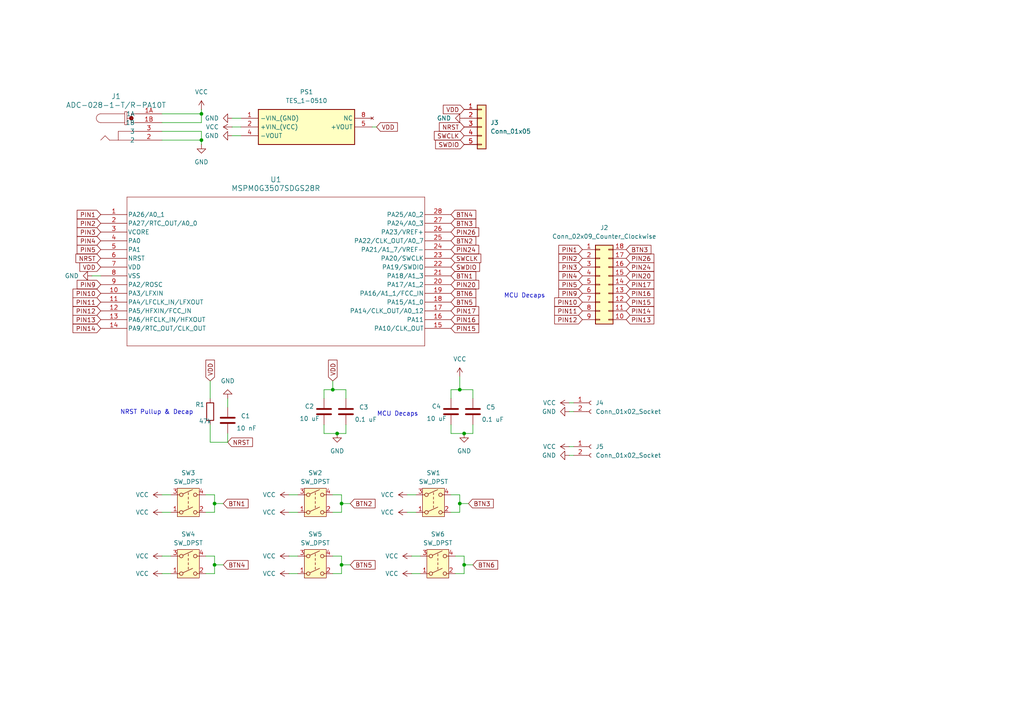
<source format=kicad_sch>
(kicad_sch (version 20231120) (generator "eeschema") (generator_version "8.0")
  (paper "A4")
  (lib_symbols
    (symbol "74xx_IEEE:MSPM0G3507SDGS28R" (pin_names (offset 0.254))
      (property "Reference" "U" (at 50.8 10.16 0))
      (property "Value" "MSPM0G3507SDGS28R" (at 50.8 7.62 0))
      (symbol "MSPM0G3507SDGS28R_0_1"
        (polyline (pts (xy 7.62 -38.1) (xy 93.98 -38.1)) (stroke (width 0.127)))
        (polyline (pts (xy 7.62 5.08) (xy 7.62 -38.1)) (stroke (width 0.127)))
        (polyline (pts (xy 93.98 -38.1) (xy 93.98 5.08)) (stroke (width 0.127)))
        (polyline (pts (xy 93.98 5.08) (xy 7.62 5.08)) (stroke (width 0.127)))
        (pin bidirectional line (at 0 0 0) (length 7.62) (name "PA26/A0_1") (number "1"))
        (pin bidirectional line (at 0 -22.86 0) (length 7.62) (name "PA3/LFXIN") (number "10"))
        (pin bidirectional line (at 0 -25.4 0) (length 7.62) (name "PA4/LFCLK_IN/LFXOUT") (number "11"))
        (pin bidirectional line (at 0 -27.94 0) (length 7.62) (name "PA5/HFXIN/FCC_IN") (number "12"))
        (pin bidirectional line (at 0 -30.48 0) (length 7.62) (name "PA6/HFCLK_IN/HFXOUT") (number "13"))
        (pin bidirectional line (at 0 -33.02 0) (length 7.62) (name "PA9/RTC_OUT/CLK_OUT") (number "14"))
        (pin bidirectional line (at 101.6 -33.02 180) (length 7.62) (name "PA10/CLK_OUT") (number "15"))
        (pin bidirectional line (at 101.6 -30.48 180) (length 7.62) (name "PA11") (number "16"))
        (pin bidirectional line (at 101.6 -27.94 180) (length 7.62) (name "PA14/CLK_OUT/A0_12") (number "17"))
        (pin bidirectional line (at 101.6 -25.4 180) (length 7.62) (name "PA15/A1_0") (number "18"))
        (pin bidirectional line (at 101.6 -22.86 180) (length 7.62) (name "PA16/A1_1/FCC_IN") (number "19"))
        (pin bidirectional line (at 0 -2.54 0) (length 7.62) (name "PA27/RTC_OUT/A0_0") (number "2"))
        (pin bidirectional line (at 101.6 -20.32 180) (length 7.62) (name "PA17/A1_2") (number "20"))
        (pin bidirectional line (at 101.6 -17.78 180) (length 7.62) (name "PA18/A1_3") (number "21"))
        (pin bidirectional line (at 101.6 -15.24 180) (length 7.62) (name "PA19/SWDIO") (number "22"))
        (pin bidirectional line (at 101.6 -12.7 180) (length 7.62) (name "PA20/SWCLK") (number "23"))
        (pin bidirectional line (at 101.6 -10.16 180) (length 7.62) (name "PA21/A1_7/VREF-") (number "24"))
        (pin bidirectional line (at 101.6 -7.62 180) (length 7.62) (name "PA22/CLK_OUT/A0_7") (number "25"))
        (pin bidirectional line (at 101.6 -5.08 180) (length 7.62) (name "PA23/VREF+") (number "26"))
        (pin bidirectional line (at 101.6 -2.54 180) (length 7.62) (name "PA24/A0_3") (number "27"))
        (pin bidirectional line (at 101.6 0 180) (length 7.62) (name "PA25/A0_2") (number "28"))
        (pin power_in line (at 0 -5.08 0) (length 7.62) (name "VCORE") (number "3"))
        (pin bidirectional line (at 0 -7.62 0) (length 7.62) (name "PA0") (number "4"))
        (pin bidirectional line (at 0 -10.16 0) (length 7.62) (name "PA1") (number "5"))
        (pin input line (at 0 -12.7 0) (length 7.62) (name "NRST") (number "6"))
        (pin power_in line (at 0 -15.24 0) (length 7.62) (name "VDD") (number "7"))
        (pin power_out line (at 0 -17.78 0) (length 7.62) (name "VSS") (number "8"))
        (pin bidirectional line (at 0 -20.32 0) (length 7.62) (name "PA2/ROSC") (number "9"))
      )
    )
    (symbol "Connector:Conn_01x02_Socket" (pin_names (offset 1.016) hide)
      (property "Reference" "J" (at 0 2.54 0))
      (property "Value" "Conn_01x02_Socket" (at 0 -5.08 0))
      (symbol "Conn_01x02_Socket_1_1"
        (arc (start 0 -2.032) (mid -0.5058 -2.54) (end 0 -3.048) (stroke (width 0.1524)))
        (polyline (pts (xy -1.27 -2.54) (xy -0.508 -2.54)) (stroke (width 0.1524)))
        (polyline (pts (xy -1.27 0) (xy -0.508 0)) (stroke (width 0.1524)))
        (arc (start 0 0.508) (mid -0.5058 0) (end 0 -0.508) (stroke (width 0.1524)))
        (pin passive line (at -5.08 0 0) (length 3.81) (name "Pin_1") (number "1"))
        (pin passive line (at -5.08 -2.54 0) (length 3.81) (name "Pin_2") (number "2"))
      )
    )
    (symbol "Connector_Generic:Conn_01x05" (pin_names (offset 1.016) hide)
      (property "Reference" "J" (at 0 7.62 0))
      (property "Value" "Conn_01x05" (at 0 -7.62 0))
      (symbol "Conn_01x05_1_1"
        (rectangle (start -1.27 -4.953) (end 0 -5.207) (stroke (width 0.1524)))
        (rectangle (start -1.27 -2.413) (end 0 -2.667) (stroke (width 0.1524)))
        (rectangle (start -1.27 0.127) (end 0 -0.127) (stroke (width 0.1524)))
        (rectangle (start -1.27 2.667) (end 0 2.413) (stroke (width 0.1524)))
        (rectangle (start -1.27 5.207) (end 0 4.953) (stroke (width 0.1524)))
        (rectangle (start -1.27 6.35) (end 1.27 -6.35) (stroke (width 0.254)) (fill (type background)))
        (pin passive line (at -5.08 5.08 0) (length 3.81) (name "Pin_1") (number "1"))
        (pin passive line (at -5.08 2.54 0) (length 3.81) (name "Pin_2") (number "2"))
        (pin passive line (at -5.08 0 0) (length 3.81) (name "Pin_3") (number "3"))
        (pin passive line (at -5.08 -2.54 0) (length 3.81) (name "Pin_4") (number "4"))
        (pin passive line (at -5.08 -5.08 0) (length 3.81) (name "Pin_5") (number "5"))
      )
    )
    (symbol "Connector_Generic:Conn_02x09_Counter_Clockwise" (pin_names (offset 1.016) hide)
      (property "Reference" "J" (at 1.27 12.7 0))
      (property "Value" "Conn_02x09_Counter_Clockwise" (at 1.27 -12.7 0))
      (symbol "Conn_02x09_Counter_Clockwise_1_1"
        (rectangle (start -1.27 -10.033) (end 0 -10.287) (stroke (width 0.1524)))
        (rectangle (start -1.27 -7.493) (end 0 -7.747) (stroke (width 0.1524)))
        (rectangle (start -1.27 -4.953) (end 0 -5.207) (stroke (width 0.1524)))
        (rectangle (start -1.27 -2.413) (end 0 -2.667) (stroke (width 0.1524)))
        (rectangle (start -1.27 0.127) (end 0 -0.127) (stroke (width 0.1524)))
        (rectangle (start -1.27 2.667) (end 0 2.413) (stroke (width 0.1524)))
        (rectangle (start -1.27 5.207) (end 0 4.953) (stroke (width 0.1524)))
        (rectangle (start -1.27 7.747) (end 0 7.493) (stroke (width 0.1524)))
        (rectangle (start -1.27 10.287) (end 0 10.033) (stroke (width 0.1524)))
        (rectangle (start -1.27 11.43) (end 3.81 -11.43) (stroke (width 0.254)) (fill (type background)))
        (rectangle (start 3.81 -10.033) (end 2.54 -10.287) (stroke (width 0.1524)))
        (rectangle (start 3.81 -7.493) (end 2.54 -7.747) (stroke (width 0.1524)))
        (rectangle (start 3.81 -4.953) (end 2.54 -5.207) (stroke (width 0.1524)))
        (rectangle (start 3.81 -2.413) (end 2.54 -2.667) (stroke (width 0.1524)))
        (rectangle (start 3.81 0.127) (end 2.54 -0.127) (stroke (width 0.1524)))
        (rectangle (start 3.81 2.667) (end 2.54 2.413) (stroke (width 0.1524)))
        (rectangle (start 3.81 5.207) (end 2.54 4.953) (stroke (width 0.1524)))
        (rectangle (start 3.81 7.747) (end 2.54 7.493) (stroke (width 0.1524)))
        (rectangle (start 3.81 10.287) (end 2.54 10.033) (stroke (width 0.1524)))
        (pin passive line (at -5.08 10.16 0) (length 3.81) (name "Pin_1") (number "1"))
        (pin passive line (at 7.62 -10.16 180) (length 3.81) (name "Pin_10") (number "10"))
        (pin passive line (at 7.62 -7.62 180) (length 3.81) (name "Pin_11") (number "11"))
        (pin passive line (at 7.62 -5.08 180) (length 3.81) (name "Pin_12") (number "12"))
        (pin passive line (at 7.62 -2.54 180) (length 3.81) (name "Pin_13") (number "13"))
        (pin passive line (at 7.62 0 180) (length 3.81) (name "Pin_14") (number "14"))
        (pin passive line (at 7.62 2.54 180) (length 3.81) (name "Pin_15") (number "15"))
        (pin passive line (at 7.62 5.08 180) (length 3.81) (name "Pin_16") (number "16"))
        (pin passive line (at 7.62 7.62 180) (length 3.81) (name "Pin_17") (number "17"))
        (pin passive line (at 7.62 10.16 180) (length 3.81) (name "Pin_18") (number "18"))
        (pin passive line (at -5.08 7.62 0) (length 3.81) (name "Pin_2") (number "2"))
        (pin passive line (at -5.08 5.08 0) (length 3.81) (name "Pin_3") (number "3"))
        (pin passive line (at -5.08 2.54 0) (length 3.81) (name "Pin_4") (number "4"))
        (pin passive line (at -5.08 0 0) (length 3.81) (name "Pin_5") (number "5"))
        (pin passive line (at -5.08 -2.54 0) (length 3.81) (name "Pin_6") (number "6"))
        (pin passive line (at -5.08 -5.08 0) (length 3.81) (name "Pin_7") (number "7"))
        (pin passive line (at -5.08 -7.62 0) (length 3.81) (name "Pin_8") (number "8"))
        (pin passive line (at -5.08 -10.16 0) (length 3.81) (name "Pin_9") (number "9"))
      )
    )
    (symbol "Device:C" (pin_numbers hide) (pin_names (offset 0.254))
      (property "Reference" "C" (at 0.635 2.54 0))
      (property "Value" "C" (at 0.635 -2.54 0))
      (symbol "C_0_1"
        (polyline (pts (xy -2.032 -0.762) (xy 2.032 -0.762)) (stroke (width 0.508)))
        (polyline (pts (xy -2.032 0.762) (xy 2.032 0.762)) (stroke (width 0.508)))
      )
      (symbol "C_1_1"
        (pin passive line (at 0 3.81 270) (length 2.794) (name "~") (number "1"))
        (pin passive line (at 0 -3.81 90) (length 2.794) (name "~") (number "2"))
      )
    )
    (symbol "Device:R" (pin_numbers hide) (pin_names (offset 0))
      (property "Reference" "R" (at 2.032 0 90))
      (property "Value" "R" (at 0 0 90))
      (symbol "R_0_1"
        (rectangle (start -1.016 -2.54) (end 1.016 2.54) (stroke (width 0.254)))
      )
      (symbol "R_1_1"
        (pin passive line (at 0 3.81 270) (length 1.27) (name "~") (number "1"))
        (pin passive line (at 0 -3.81 90) (length 1.27) (name "~") (number "2"))
      )
    )
    (symbol "Imported Symbols:ADC-028-1-T_R-PA10T" (pin_names (offset 0.254))
      (property "Reference" "J" (at -7.62 7.62 0))
      (property "Value" "ADC-028-1-T/R-PA10T" (at -7.62 5.08 0))
      (symbol "ADC-028-1-T_R-PA10T_0_1"
        (arc (start -17.78 0) (mid -19.0444 -1.27) (end -17.78 -2.54) (stroke (width 0.127)))
        (circle (center -8.89 -1.27) (radius 0.127) (stroke (width 0.508)))
        (polyline (pts (xy -17.78 0) (xy -10.795 0)) (stroke (width 0.127)))
        (polyline (pts (xy -16.51 -6.35) (xy -17.78 -7.62)) (stroke (width 0.127)))
        (polyline (pts (xy -15.24 -7.62) (xy -16.51 -6.35)) (stroke (width 0.127)))
        (polyline (pts (xy -12.7 -5.08) (xy -12.7 -7.62)) (stroke (width 0.127)))
        (polyline (pts (xy -10.795 -3.175) (xy -10.16 -3.175)) (stroke (width 0.127)))
        (polyline (pts (xy -10.795 -2.54) (xy -17.78 -2.54)) (stroke (width 0.127)))
        (polyline (pts (xy -10.795 0.635) (xy -10.795 -3.175)) (stroke (width 0.127)))
        (polyline (pts (xy -10.795 0.635) (xy -10.16 0.635)) (stroke (width 0.127)))
        (polyline (pts (xy -10.16 0.635) (xy -10.16 -3.175)) (stroke (width 0.127)))
        (polyline (pts (xy -8.89 -2.54) (xy -7.62 -2.54)) (stroke (width 0.127)))
        (polyline (pts (xy -8.89 -1.27) (xy -10.16 -1.27)) (stroke (width 0.127)))
        (polyline (pts (xy -8.89 0) (xy -8.89 -2.54)) (stroke (width 0.127)))
        (polyline (pts (xy -8.89 0) (xy -7.62 0)) (stroke (width 0.127)))
        (polyline (pts (xy -7.62 -7.62) (xy -15.24 -7.62)) (stroke (width 0.127)))
        (polyline (pts (xy -7.62 -5.08) (xy -12.7 -5.08)) (stroke (width 0.127)))
        (pin unspecified line (at 0 0 180) (length 7.62) (name "1A") (number "1A"))
        (pin unspecified line (at 0 -2.54 180) (length 7.62) (name "1B") (number "1B"))
        (pin unspecified line (at 0 -7.62 180) (length 7.62) (name "2") (number "2"))
        (pin unspecified line (at 0 -5.08 180) (length 7.62) (name "3") (number "3"))
      )
    )
    (symbol "Imported Symbols:TES_1-0510"
      (property "Reference" "PS" (at 34.29 7.62 0))
      (property "Value" "TES_1-0510" (at 34.29 5.08 0))
      (symbol "TES_1-0510_1_1"
        (rectangle (start 5.08 2.54) (end 33.02 -7.62) (stroke (width 0.254)) (fill (type background)))
        (pin passive line (at 0 0 0) (length 5.08) (name "-VIN_(GND)") (number "1"))
        (pin passive line (at 0 -2.54 0) (length 5.08) (name "+VIN_(VCC)") (number "2"))
        (pin passive line (at 0 -5.08 0) (length 5.08) (name "-VOUT") (number "4"))
        (pin passive line (at 38.1 -2.54 180) (length 5.08) (name "+VOUT") (number "5"))
        (pin no_connect line (at 38.1 0 180) (length 5.08) (name "NC") (number "8"))
      )
    )
    (symbol "Switch:SW_DPST" (pin_names (offset 0) hide)
      (property "Reference" "SW" (at 0 6.35 0))
      (property "Value" "SW_DPST" (at 0 -5.08 0))
      (symbol "SW_DPST_0_0"
        (circle (center -2.032 -2.54) (radius 0.508))
        (circle (center -2.032 2.54) (radius 0.508))
        (polyline (pts (xy -1.524 -2.286) (xy 1.27 -1.016)))
        (polyline (pts (xy -1.524 2.794) (xy 1.27 4.064)))
        (polyline (pts (xy 0 -1.27) (xy 0 -0.635)))
        (polyline (pts (xy 0 0) (xy 0 0.635)))
        (polyline (pts (xy 0 1.27) (xy 0 1.905)))
        (polyline (pts (xy 0 2.54) (xy 0 3.175)))
        (circle (center 2.032 -2.54) (radius 0.508))
        (circle (center 2.032 2.54) (radius 0.508))
      )
      (symbol "SW_DPST_1_1"
        (rectangle (start -3.175 4.445) (end 3.175 -3.81) (fill (type background)))
        (pin passive line (at -5.08 -2.54 0) (length 2.54) (name "1") (number "1"))
        (pin passive line (at 5.08 -2.54 180) (length 2.54) (name "2") (number "2"))
        (pin passive line (at -5.08 2.54 0) (length 2.54) (name "3") (number "3"))
        (pin passive line (at 5.08 2.54 180) (length 2.54) (name "4") (number "4"))
      )
    )
    (symbol "power:GND" (power) (pin_numbers hide) (pin_names (offset 0) hide)
      (property "Value" "GND" (at 0 -3.81 0))
      (symbol "GND_0_1"
        (polyline (pts (xy 0 0) (xy 0 -1.27) (xy 1.27 -1.27) (xy 0 -2.54) (xy -1.27 -1.27) (xy 0 -1.27)))
      )
      (symbol "GND_1_1"
        (pin power_in line (at 0 0 270) (length 0) (name "~") (number "1"))
      )
    )
    (symbol "power:VCC" (power) (pin_numbers hide) (pin_names (offset 0) hide)
      (property "Value" "VCC" (at 0 3.556 0))
      (symbol "VCC_0_1"
        (polyline (pts (xy -0.762 1.27) (xy 0 2.54)))
        (polyline (pts (xy 0 0) (xy 0 2.54)))
        (polyline (pts (xy 0 2.54) (xy 0.762 1.27)))
      )
      (symbol "VCC_1_1"
        (pin power_in line (at 0 0 90) (length 0) (name "~") (number "1"))
      )
    )
  )
  (junction (at 62.23 146.05))
  (junction (at 134.62 125.73))
  (junction (at 58.42 33.02))
  (junction (at 99.06 163.83))
  (junction (at 133.35 113.03))
  (junction (at 134.62 163.83))
  (junction (at 133.35 146.05))
  (junction (at 99.06 146.05))
  (junction (at 97.79 125.73))
  (junction (at 96.52 113.03))
  (junction (at 58.42 40.64))
  (junction (at 62.23 163.83))
  (wire (pts (xy 58.42 31.75) (xy 58.42 33.02)))
  (wire (pts (xy 62.23 163.83) (xy 64.77 163.83)))
  (wire (pts (xy 67.31 39.37) (xy 69.85 39.37)))
  (wire (pts (xy 62.23 146.05) (xy 64.77 146.05)))
  (wire (pts (xy 96.52 143.51) (xy 99.06 143.51)))
  (wire (pts (xy 133.35 146.05) (xy 135.89 146.05)))
  (wire (pts (xy 83.82 148.59) (xy 86.36 148.59)))
  (wire (pts (xy 59.69 161.29) (xy 62.23 161.29)))
  (wire (pts (xy 165.1 119.38) (xy 166.37 119.38)))
  (wire (pts (xy 58.42 33.02) (xy 58.42 35.56)))
  (wire (pts (xy 107.95 36.83) (xy 109.22 36.83)))
  (wire (pts (xy 96.52 113.03) (xy 96.52 110.49)))
  (wire (pts (xy 62.23 143.51) (xy 62.23 146.05)))
  (wire (pts (xy 62.23 163.83) (xy 62.23 166.37)))
  (wire (pts (xy 133.35 146.05) (xy 133.35 148.59)))
  (wire (pts (xy 99.06 163.83) (xy 99.06 166.37)))
  (wire (pts (xy 83.82 143.51) (xy 86.36 143.51)))
  (wire (pts (xy 58.42 40.64) (xy 58.42 38.1)))
  (wire (pts (xy 130.81 125.73) (xy 134.62 125.73)))
  (wire (pts (xy 130.81 113.03) (xy 130.81 115.57)))
  (wire (pts (xy 93.98 113.03) (xy 93.98 115.57)))
  (wire (pts (xy 134.62 166.37) (xy 132.08 166.37)))
  (wire (pts (xy 137.16 123.19) (xy 137.16 125.73)))
  (wire (pts (xy 66.04 118.11) (xy 66.04 115.57)))
  (wire (pts (xy 66.04 125.73) (xy 66.04 128.27)))
  (wire (pts (xy 99.06 146.05) (xy 99.06 148.59)))
  (wire (pts (xy 83.82 161.29) (xy 86.36 161.29)))
  (wire (pts (xy 46.99 40.64) (xy 58.42 40.64)))
  (wire (pts (xy 46.99 38.1) (xy 58.42 38.1)))
  (wire (pts (xy 99.06 166.37) (xy 96.52 166.37)))
  (wire (pts (xy 93.98 113.03) (xy 96.52 113.03)))
  (wire (pts (xy 134.62 161.29) (xy 134.62 163.83)))
  (wire (pts (xy 62.23 166.37) (xy 59.69 166.37)))
  (wire (pts (xy 134.62 125.73) (xy 137.16 125.73)))
  (wire (pts (xy 60.96 123.19) (xy 60.96 128.27)))
  (wire (pts (xy 46.99 143.51) (xy 49.53 143.51)))
  (wire (pts (xy 67.31 34.29) (xy 69.85 34.29)))
  (wire (pts (xy 130.81 143.51) (xy 133.35 143.51)))
  (wire (pts (xy 100.33 123.19) (xy 100.33 125.73)))
  (wire (pts (xy 96.52 113.03) (xy 100.33 113.03)))
  (wire (pts (xy 59.69 143.51) (xy 62.23 143.51)))
  (wire (pts (xy 100.33 113.03) (xy 100.33 115.57)))
  (wire (pts (xy 46.99 166.37) (xy 49.53 166.37)))
  (wire (pts (xy 130.81 113.03) (xy 133.35 113.03)))
  (wire (pts (xy 119.38 166.37) (xy 121.92 166.37)))
  (wire (pts (xy 58.42 35.56) (xy 46.99 35.56)))
  (wire (pts (xy 99.06 143.51) (xy 99.06 146.05)))
  (wire (pts (xy 93.98 125.73) (xy 97.79 125.73)))
  (wire (pts (xy 62.23 148.59) (xy 59.69 148.59)))
  (wire (pts (xy 133.35 148.59) (xy 130.81 148.59)))
  (wire (pts (xy 99.06 163.83) (xy 101.6 163.83)))
  (wire (pts (xy 97.79 125.73) (xy 100.33 125.73)))
  (wire (pts (xy 83.82 166.37) (xy 86.36 166.37)))
  (wire (pts (xy 46.99 148.59) (xy 49.53 148.59)))
  (wire (pts (xy 133.35 113.03) (xy 137.16 113.03)))
  (wire (pts (xy 62.23 161.29) (xy 62.23 163.83)))
  (wire (pts (xy 165.1 129.54) (xy 166.37 129.54)))
  (wire (pts (xy 134.62 163.83) (xy 137.16 163.83)))
  (wire (pts (xy 62.23 146.05) (xy 62.23 148.59)))
  (wire (pts (xy 130.81 123.19) (xy 130.81 125.73)))
  (wire (pts (xy 26.67 80.01) (xy 29.21 80.01)))
  (wire (pts (xy 96.52 161.29) (xy 99.06 161.29)))
  (wire (pts (xy 165.1 116.84) (xy 166.37 116.84)))
  (wire (pts (xy 119.38 161.29) (xy 121.92 161.29)))
  (wire (pts (xy 165.1 132.08) (xy 166.37 132.08)))
  (wire (pts (xy 133.35 143.51) (xy 133.35 146.05)))
  (wire (pts (xy 99.06 148.59) (xy 96.52 148.59)))
  (wire (pts (xy 118.11 148.59) (xy 120.65 148.59)))
  (wire (pts (xy 67.31 36.83) (xy 69.85 36.83)))
  (wire (pts (xy 60.96 128.27) (xy 66.04 128.27)))
  (wire (pts (xy 99.06 146.05) (xy 101.6 146.05)))
  (wire (pts (xy 132.08 161.29) (xy 134.62 161.29)))
  (wire (pts (xy 60.96 110.49) (xy 60.96 115.57)))
  (wire (pts (xy 58.42 41.91) (xy 58.42 40.64)))
  (wire (pts (xy 93.98 123.19) (xy 93.98 125.73)))
  (wire (pts (xy 99.06 161.29) (xy 99.06 163.83)))
  (wire (pts (xy 46.99 33.02) (xy 58.42 33.02)))
  (wire (pts (xy 133.35 109.22) (xy 133.35 113.03)))
  (wire (pts (xy 137.16 113.03) (xy 137.16 115.57)))
  (wire (pts (xy 134.62 163.83) (xy 134.62 166.37)))
  (wire (pts (xy 46.99 161.29) (xy 49.53 161.29)))
  (wire (pts (xy 118.11 143.51) (xy 120.65 143.51)))
  (text "MCU Decaps" (at 152.146 85.852 0) (effects (font (size 1.27 1.27))))
  (text "NRST Pullup & Decap" (at 45.466 119.634 0) (effects (font (size 1.27 1.27))))
  (text "MCU Decaps" (at 115.316 120.142 0) (effects (font (size 1.27 1.27))))
  (global_label "PIN12" (shape input) (at 29.21 90.17 180) (property "Intersheetrefs" "${INTERSHEET_REFS}" (effects (hide yes))))
  (global_label "PIN17" (shape input) (at 130.81 90.17 0) (property "Intersheetrefs" "${INTERSHEET_REFS}" (effects (hide yes))))
  (global_label "VDD" (shape input) (at 134.62 31.75 180) (property "Intersheetrefs" "${INTERSHEET_REFS}" (effects (hide yes))))
  (global_label "BTN2" (shape input) (at 101.6 146.05 0) (property "Intersheetrefs" "${INTERSHEET_REFS}" (effects (hide yes))))
  (global_label "NRST" (shape input) (at 29.21 74.93 180) (property "Intersheetrefs" "${INTERSHEET_REFS}" (effects (hide yes))))
  (global_label "PIN3" (shape input) (at 29.21 67.31 180) (property "Intersheetrefs" "${INTERSHEET_REFS}" (effects (hide yes))))
  (global_label "PIN24" (shape input) (at 130.81 72.39 0) (property "Intersheetrefs" "${INTERSHEET_REFS}" (effects (hide yes))))
  (global_label "PIN2" (shape input) (at 168.91 74.93 180) (property "Intersheetrefs" "${INTERSHEET_REFS}" (effects (hide yes))))
  (global_label "SWDIO" (shape input) (at 134.62 41.91 180) (property "Intersheetrefs" "${INTERSHEET_REFS}" (effects (hide yes))))
  (global_label "PIN20" (shape input) (at 181.61 80.01 0) (property "Intersheetrefs" "${INTERSHEET_REFS}" (effects (hide yes))))
  (global_label "PIN24" (shape input) (at 181.61 77.47 0) (property "Intersheetrefs" "${INTERSHEET_REFS}" (effects (hide yes))))
  (global_label "PIN2" (shape input) (at 29.21 64.77 180) (property "Intersheetrefs" "${INTERSHEET_REFS}" (effects (hide yes))))
  (global_label "PIN20" (shape input) (at 130.81 82.55 0) (property "Intersheetrefs" "${INTERSHEET_REFS}" (effects (hide yes))))
  (global_label "PIN13" (shape input) (at 29.21 92.71 180) (property "Intersheetrefs" "${INTERSHEET_REFS}" (effects (hide yes))))
  (global_label "PIN3" (shape input) (at 168.91 77.47 180) (property "Intersheetrefs" "${INTERSHEET_REFS}" (effects (hide yes))))
  (global_label "PIN16" (shape input) (at 130.81 92.71 0) (property "Intersheetrefs" "${INTERSHEET_REFS}" (effects (hide yes))))
  (global_label "BTN4" (shape input) (at 64.77 163.83 0) (property "Intersheetrefs" "${INTERSHEET_REFS}" (effects (hide yes))))
  (global_label "BTN6" (shape input) (at 130.81 85.09 0) (property "Intersheetrefs" "${INTERSHEET_REFS}" (effects (hide yes))))
  (global_label "BTN2" (shape input) (at 130.81 69.85 0) (property "Intersheetrefs" "${INTERSHEET_REFS}" (effects (hide yes))))
  (global_label "PIN16" (shape input) (at 181.61 85.09 0) (property "Intersheetrefs" "${INTERSHEET_REFS}" (effects (hide yes))))
  (global_label "PIN4" (shape input) (at 168.91 80.01 180) (property "Intersheetrefs" "${INTERSHEET_REFS}" (effects (hide yes))))
  (global_label "PIN9" (shape input) (at 168.91 85.09 180) (property "Intersheetrefs" "${INTERSHEET_REFS}" (effects (hide yes))))
  (global_label "PIN9" (shape input) (at 29.21 82.55 180) (property "Intersheetrefs" "${INTERSHEET_REFS}" (effects (hide yes))))
  (global_label "NRST" (shape input) (at 66.04 128.27 0) (property "Intersheetrefs" "${INTERSHEET_REFS}" (effects (hide yes))))
  (global_label "PIN14" (shape input) (at 29.21 95.25 180) (property "Intersheetrefs" "${INTERSHEET_REFS}" (effects (hide yes))))
  (global_label "SWCLK" (shape input) (at 134.62 39.37 180) (property "Intersheetrefs" "${INTERSHEET_REFS}" (effects (hide yes))))
  (global_label "BTN1" (shape input) (at 130.81 80.01 0) (property "Intersheetrefs" "${INTERSHEET_REFS}" (effects (hide yes))))
  (global_label "SWCLK" (shape input) (at 130.81 74.93 0) (property "Intersheetrefs" "${INTERSHEET_REFS}" (effects (hide yes))))
  (global_label "PIN13" (shape input) (at 181.61 92.71 0) (property "Intersheetrefs" "${INTERSHEET_REFS}" (effects (hide yes))))
  (global_label "PIN17" (shape input) (at 181.61 82.55 0) (property "Intersheetrefs" "${INTERSHEET_REFS}" (effects (hide yes))))
  (global_label "PIN5" (shape input) (at 29.21 72.39 180) (property "Intersheetrefs" "${INTERSHEET_REFS}" (effects (hide yes))))
  (global_label "VDD" (shape input) (at 109.22 36.83 0) (property "Intersheetrefs" "${INTERSHEET_REFS}" (effects (hide yes))))
  (global_label "BTN1" (shape input) (at 64.77 146.05 0) (property "Intersheetrefs" "${INTERSHEET_REFS}" (effects (hide yes))))
  (global_label "BTN5" (shape input) (at 130.81 87.63 0) (property "Intersheetrefs" "${INTERSHEET_REFS}" (effects (hide yes))))
  (global_label "PIN12" (shape input) (at 168.91 92.71 180) (property "Intersheetrefs" "${INTERSHEET_REFS}" (effects (hide yes))))
  (global_label "PIN26" (shape input) (at 130.81 67.31 0) (property "Intersheetrefs" "${INTERSHEET_REFS}" (effects (hide yes))))
  (global_label "VDD" (shape input) (at 29.21 77.47 180) (property "Intersheetrefs" "${INTERSHEET_REFS}" (effects (hide yes))))
  (global_label "PIN15" (shape input) (at 130.81 95.25 0) (property "Intersheetrefs" "${INTERSHEET_REFS}" (effects (hide yes))))
  (global_label "PIN14" (shape input) (at 181.61 90.17 0) (property "Intersheetrefs" "${INTERSHEET_REFS}" (effects (hide yes))))
  (global_label "BTN3" (shape input) (at 130.81 64.77 0) (property "Intersheetrefs" "${INTERSHEET_REFS}" (effects (hide yes))))
  (global_label "BTN5" (shape input) (at 101.6 163.83 0) (property "Intersheetrefs" "${INTERSHEET_REFS}" (effects (hide yes))))
  (global_label "PIN11" (shape input) (at 168.91 90.17 180) (property "Intersheetrefs" "${INTERSHEET_REFS}" (effects (hide yes))))
  (global_label "PIN1" (shape input) (at 168.91 72.39 180) (property "Intersheetrefs" "${INTERSHEET_REFS}" (effects (hide yes))))
  (global_label "NRST" (shape input) (at 134.62 36.83 180) (property "Intersheetrefs" "${INTERSHEET_REFS}" (effects (hide yes))))
  (global_label "PIN10" (shape input) (at 29.21 85.09 180) (property "Intersheetrefs" "${INTERSHEET_REFS}" (effects (hide yes))))
  (global_label "VDD" (shape input) (at 96.52 110.49 90) (property "Intersheetrefs" "${INTERSHEET_REFS}" (effects (hide yes))))
  (global_label "BTN3" (shape input) (at 135.89 146.05 0) (property "Intersheetrefs" "${INTERSHEET_REFS}" (effects (hide yes))))
  (global_label "BTN4" (shape input) (at 130.81 62.23 0) (property "Intersheetrefs" "${INTERSHEET_REFS}" (effects (hide yes))))
  (global_label "PIN15" (shape input) (at 181.61 87.63 0) (property "Intersheetrefs" "${INTERSHEET_REFS}" (effects (hide yes))))
  (global_label "BTN3" (shape input) (at 181.61 72.39 0) (property "Intersheetrefs" "${INTERSHEET_REFS}" (effects (hide yes))))
  (global_label "PIN4" (shape input) (at 29.21 69.85 180) (property "Intersheetrefs" "${INTERSHEET_REFS}" (effects (hide yes))))
  (global_label "PIN26" (shape input) (at 181.61 74.93 0) (property "Intersheetrefs" "${INTERSHEET_REFS}" (effects (hide yes))))
  (global_label "BTN6" (shape input) (at 137.16 163.83 0) (property "Intersheetrefs" "${INTERSHEET_REFS}" (effects (hide yes))))
  (global_label "PIN11" (shape input) (at 29.21 87.63 180) (property "Intersheetrefs" "${INTERSHEET_REFS}" (effects (hide yes))))
  (global_label "VDD" (shape input) (at 60.96 110.49 90) (property "Intersheetrefs" "${INTERSHEET_REFS}" (effects (hide yes))))
  (global_label "SWDIO" (shape input) (at 130.81 77.47 0) (property "Intersheetrefs" "${INTERSHEET_REFS}" (effects (hide yes))))
  (global_label "PIN5" (shape input) (at 168.91 82.55 180) (property "Intersheetrefs" "${INTERSHEET_REFS}" (effects (hide yes))))
  (global_label "PIN10" (shape input) (at 168.91 87.63 180) (property "Intersheetrefs" "${INTERSHEET_REFS}" (effects (hide yes))))
  (global_label "PIN1" (shape input) (at 29.21 62.23 180) (property "Intersheetrefs" "${INTERSHEET_REFS}" (effects (hide yes))))
  (symbol (lib_id "Switch:SW_DPST") (at 54.61 163.83 0) (unit 1)
    (property "Reference" "SW4" (at 54.61 154.94 0))
    (property "Value" "SW_DPST" (at 54.61 157.48 0))
    (property "Footprint" "Button_Switch_SMD:SW_SPST_PTS645" (effects (hide yes)))
    (property "Datasheet" "https://mou.sr/43l0M27" (effects (hide yes)))
    (property "Description" "Double Pole Single Throw (DPST) Switch" (effects (hide yes)))
  )
  (symbol (lib_id "power:VCC") (at 67.31 36.83 90) (unit 1)
    (property "Reference" "#PWR021" (effects (hide yes)))
    (property "Value" "VCC" (at 63.5 36.8299 90) (effects (justify left)))
    (property "Description" "Power symbol creates a global label with name \"VCC\"" (effects (hide yes)))
  )
  (symbol (lib_id "power:GND") (at 134.62 125.73 0) (unit 1)
    (property "Reference" "#PWR01" (effects (hide yes)))
    (property "Value" "GND" (at 134.62 130.81 0))
    (property "Description" "Power symbol creates a global label with name \"GND\" , ground" (effects (hide yes)))
  )
  (symbol (lib_id "power:VCC") (at 46.99 161.29 90) (unit 1)
    (property "Reference" "#PWR011" (effects (hide yes)))
    (property "Value" "VCC" (at 43.18 161.2901 90) (effects (justify left)))
    (property "Description" "Power symbol creates a global label with name \"VCC\"" (effects (hide yes)))
  )
  (symbol (lib_id "Switch:SW_DPST") (at 127 163.83 0) (unit 1)
    (property "Reference" "SW6" (at 127 154.94 0))
    (property "Value" "SW_DPST" (at 127 157.48 0))
    (property "Footprint" "Button_Switch_SMD:SW_SPST_PTS645" (effects (hide yes)))
    (property "Datasheet" "https://mou.sr/43l0M27" (effects (hide yes)))
    (property "Description" "Double Pole Single Throw (DPST) Switch" (effects (hide yes)))
  )
  (symbol (lib_id "Device:C") (at 66.04 121.92 0) (unit 1)
    (property "Reference" "C1" (at 69.85 120.6499 0) (effects (justify left)))
    (property "Value" "10 nF" (at 68.58 124.206 0) (effects (justify left)))
    (property "Footprint" "Capacitor_SMD:C_0805_2012Metric_Pad1.18x1.45mm_HandSolder" (effects (hide yes)))
    (property "Description" "Unpolarized capacitor" (effects (hide yes)))
  )
  (symbol (lib_id "power:GND") (at 66.04 115.57 180) (unit 1)
    (property "Reference" "#PWR02" (effects (hide yes)))
    (property "Value" "GND" (at 66.04 110.49 0))
    (property "Description" "Power symbol creates a global label with name \"GND\" , ground" (effects (hide yes)))
  )
  (symbol (lib_id "power:VCC") (at 118.11 148.59 90) (unit 1)
    (property "Reference" "#PWR04" (effects (hide yes)))
    (property "Value" "VCC" (at 114.3 148.5899 90) (effects (justify left)))
    (property "Description" "Power symbol creates a global label with name \"VCC\"" (effects (hide yes)))
  )
  (symbol (lib_id "power:GND") (at 26.67 80.01 270) (unit 1)
    (property "Reference" "#PWR023" (effects (hide yes)))
    (property "Value" "GND" (at 22.86 80.0099 90) (effects (justify right)))
    (property "Description" "Power symbol creates a global label with name \"GND\" , ground" (effects (hide yes)))
  )
  (symbol (lib_id "Connector_Generic:Conn_01x05") (at 139.7 36.83 0) (unit 1)
    (property "Reference" "J3" (at 142.24 35.5599 0) (effects (justify left)))
    (property "Value" "Conn_01x05" (at 142.24 38.0999 0) (effects (justify left)))
    (property "Footprint" "Connector_PinHeader_2.54mm:PinHeader_1x05_P2.54mm_Vertical" (effects (hide yes)))
    (property "Description" "Generic connector, single row, 01x05, script generated (kicad-library-utils/schlib/autogen/connector/)" (effects (hide yes)))
  )
  (symbol (lib_id "power:VCC") (at 165.1 116.84 90) (unit 1)
    (property "Reference" "#PWR024" (effects (hide yes)))
    (property "Value" "VCC" (at 161.29 116.8399 90) (effects (justify left)))
    (property "Description" "Power symbol creates a global label with name \"VCC\"" (effects (hide yes)))
  )
  (symbol (lib_id "power:GND") (at 67.31 34.29 270) (unit 1)
    (property "Reference" "#PWR020" (effects (hide yes)))
    (property "Value" "GND" (at 63.5 34.2899 90) (effects (justify right)))
    (property "Description" "Power symbol creates a global label with name \"GND\" , ground" (effects (hide yes)))
  )
  (symbol (lib_id "Device:C") (at 130.81 119.38 0) (unit 1)
    (property "Reference" "C4" (at 125.222 117.856 0) (effects (justify left)))
    (property "Value" "10 uF" (at 123.698 121.412 0) (effects (justify left)))
    (property "Footprint" "Capacitor_SMD:C_1210_3225Metric_Pad1.33x2.70mm_HandSolder" (effects (hide yes)))
    (property "Description" "Unpolarized capacitor" (effects (hide yes)))
  )
  (symbol (lib_id "Device:C") (at 137.16 119.38 0) (unit 1)
    (property "Reference" "C5" (at 140.97 118.1099 0) (effects (justify left)))
    (property "Value" "0.1 uF" (at 139.7 121.666 0) (effects (justify left)))
    (property "Footprint" "Capacitor_SMD:C_0805_2012Metric_Pad1.18x1.45mm_HandSolder" (effects (hide yes)))
    (property "Description" "Unpolarized capacitor" (effects (hide yes)))
  )
  (symbol (lib_id "power:GND") (at 67.31 39.37 270) (unit 1)
    (property "Reference" "#PWR022" (effects (hide yes)))
    (property "Value" "GND" (at 63.5 39.3699 90) (effects (justify right)))
    (property "Description" "Power symbol creates a global label with name \"GND\" , ground" (effects (hide yes)))
  )
  (symbol (lib_id "power:VCC") (at 46.99 143.51 90) (unit 1)
    (property "Reference" "#PWR09" (effects (hide yes)))
    (property "Value" "VCC" (at 43.18 143.5101 90) (effects (justify left)))
    (property "Description" "Power symbol creates a global label with name \"VCC\"" (effects (hide yes)))
  )
  (symbol (lib_id "power:VCC") (at 83.82 166.37 90) (unit 1)
    (property "Reference" "#PWR014" (effects (hide yes)))
    (property "Value" "VCC" (at 80.01 166.3699 90) (effects (justify left)))
    (property "Description" "Power symbol creates a global label with name \"VCC\"" (effects (hide yes)))
  )
  (symbol (lib_id "Switch:SW_DPST") (at 54.61 146.05 0) (unit 1)
    (property "Reference" "SW3" (at 54.61 137.16 0))
    (property "Value" "SW_DPST" (at 54.61 139.7 0))
    (property "Footprint" "Button_Switch_SMD:SW_SPST_PTS645" (effects (hide yes)))
    (property "Datasheet" "https://mou.sr/43l0M27" (effects (hide yes)))
    (property "Description" "Double Pole Single Throw (DPST) Switch" (effects (hide yes)))
  )
  (symbol (lib_id "Imported Symbols:TES_1-0510") (at 69.85 34.29 0) (unit 1)
    (property "Reference" "PS1" (at 88.9 26.67 0))
    (property "Value" "TES_1-0510" (at 88.9 29.21 0))
    (property "Footprint" "TES10510" (effects (hide yes)))
    (property "Datasheet" "https://tracopower.com/tes1-datasheet/" (effects (hide yes)))
    (property "Description" "1 Watt DC/DC converter, industrial, +/-10% input, unregulated, plastic case, SMD package" (effects (hide yes)))
    (property "Height" "7.5" (effects (hide yes)))
    (property "Mouser Part Number" "495-TES-1-0510" (effects (hide yes)))
    (property "Mouser Price/Stock" "https://www.mouser.co.uk/ProductDetail/TRACO-Power/TES-1-0510?qs=ckJk83FOD0XFSNCIUqVZfw%3D%3D" (effects (hide yes)))
    (property "Manufacturer_Name" "Traco Power" (effects (hide yes)))
    (property "Manufacturer_Part_Number" "TES 1-0510" (effects (hide yes)))
  )
  (symbol (lib_id "power:GND") (at 58.42 41.91 0) (unit 1)
    (property "Reference" "#PWR019" (effects (hide yes)))
    (property "Value" "GND" (at 58.42 46.99 0))
    (property "Description" "Power symbol creates a global label with name \"GND\" , ground" (effects (hide yes)))
  )
  (symbol (lib_id "power:VCC") (at 133.35 109.22 0) (unit 1)
    (property "Reference" "#PWR05" (effects (hide yes)))
    (property "Value" "VCC" (at 133.35 104.14 0))
    (property "Description" "Power symbol creates a global label with name \"VCC\"" (effects (hide yes)))
  )
  (symbol (lib_id "power:GND") (at 97.79 125.73 0) (unit 1)
    (property "Reference" "#PWR06" (effects (hide yes)))
    (property "Value" "GND" (at 97.79 130.81 0))
    (property "Description" "Power symbol creates a global label with name \"GND\" , ground" (effects (hide yes)))
  )
  (symbol (lib_id "power:GND") (at 165.1 132.08 270) (unit 1)
    (property "Reference" "#PWR027" (effects (hide yes)))
    (property "Value" "GND" (at 161.29 132.0799 90) (effects (justify right)))
    (property "Description" "Power symbol creates a global label with name \"GND\" , ground" (effects (hide yes)))
  )
  (symbol (lib_id "Switch:SW_DPST") (at 91.44 146.05 0) (unit 1)
    (property "Reference" "SW2" (at 91.44 137.16 0))
    (property "Value" "SW_DPST" (at 91.44 139.7 0))
    (property "Footprint" "Button_Switch_SMD:SW_SPST_PTS645" (effects (hide yes)))
    (property "Datasheet" "https://mou.sr/43l0M27" (effects (hide yes)))
    (property "Description" "Double Pole Single Throw (DPST) Switch" (effects (hide yes)))
  )
  (symbol (lib_id "power:VCC") (at 83.82 143.51 90) (unit 1)
    (property "Reference" "#PWR07" (effects (hide yes)))
    (property "Value" "VCC" (at 80.01 143.5101 90) (effects (justify left)))
    (property "Description" "Power symbol creates a global label with name \"VCC\"" (effects (hide yes)))
  )
  (symbol (lib_id "power:VCC") (at 46.99 148.59 90) (unit 1)
    (property "Reference" "#PWR010" (effects (hide yes)))
    (property "Value" "VCC" (at 43.18 148.5899 90) (effects (justify left)))
    (property "Description" "Power symbol creates a global label with name \"VCC\"" (effects (hide yes)))
  )
  (symbol (lib_id "power:GND") (at 165.1 119.38 270) (unit 1)
    (property "Reference" "#PWR026" (effects (hide yes)))
    (property "Value" "GND" (at 161.29 119.3799 90) (effects (justify right)))
    (property "Description" "Power symbol creates a global label with name \"GND\" , ground" (effects (hide yes)))
  )
  (symbol (lib_id "Switch:SW_DPST") (at 125.73 146.05 0) (unit 1)
    (property "Reference" "SW1" (at 125.73 137.16 0))
    (property "Value" "SW_DPST" (at 125.73 139.7 0))
    (property "Footprint" "Button_Switch_SMD:SW_SPST_PTS645" (effects (hide yes)))
    (property "Datasheet" "https://mou.sr/43l0M27" (effects (hide yes)))
    (property "Description" "Double Pole Single Throw (DPST) Switch" (effects (hide yes)))
  )
  (symbol (lib_id "power:VCC") (at 58.42 31.75 0) (unit 1)
    (property "Reference" "#PWR018" (effects (hide yes)))
    (property "Value" "VCC" (at 58.42 26.67 0))
    (property "Description" "Power symbol creates a global label with name \"VCC\"" (effects (hide yes)))
  )
  (symbol (lib_id "Switch:SW_DPST") (at 91.44 163.83 0) (unit 1)
    (property "Reference" "SW5" (at 91.44 154.94 0))
    (property "Value" "SW_DPST" (at 91.44 157.48 0))
    (property "Footprint" "Button_Switch_SMD:SW_SPST_PTS645" (effects (hide yes)))
    (property "Datasheet" "https://mou.sr/43l0M27" (effects (hide yes)))
    (property "Description" "Double Pole Single Throw (DPST) Switch" (effects (hide yes)))
  )
  (symbol (lib_id "power:VCC") (at 118.11 143.51 90) (unit 1)
    (property "Reference" "#PWR03" (effects (hide yes)))
    (property "Value" "VCC" (at 114.3 143.5101 90) (effects (justify left)))
    (property "Description" "Power symbol creates a global label with name \"VCC\"" (effects (hide yes)))
  )
  (symbol (lib_id "Device:R") (at 60.96 119.38 0) (unit 1)
    (property "Reference" "R1" (at 56.642 117.348 0) (effects (justify left)))
    (property "Value" "47k" (at 57.658 122.174 0) (effects (justify left)))
    (property "Footprint" "Resistor_SMD:R_0805_2012Metric_Pad1.20x1.40mm_HandSolder" (effects (hide yes)))
    (property "Description" "Resistor" (effects (hide yes)))
  )
  (symbol (lib_id "power:VCC") (at 119.38 161.29 90) (unit 1)
    (property "Reference" "#PWR015" (effects (hide yes)))
    (property "Value" "VCC" (at 115.57 161.2901 90) (effects (justify left)))
    (property "Description" "Power symbol creates a global label with name \"VCC\"" (effects (hide yes)))
  )
  (symbol (lib_id "Device:C") (at 93.98 119.38 0) (unit 1)
    (property "Reference" "C2" (at 88.392 117.856 0) (effects (justify left)))
    (property "Value" "10 uF" (at 86.868 121.412 0) (effects (justify left)))
    (property "Footprint" "Capacitor_SMD:C_1210_3225Metric_Pad1.33x2.70mm_HandSolder" (effects (hide yes)))
    (property "Description" "Unpolarized capacitor" (effects (hide yes)))
  )
  (symbol (lib_id "Imported Symbols:ADC-028-1-T_R-PA10T") (at 46.99 33.02 0) (unit 1)
    (property "Reference" "J1" (at 33.6578 27.94 0) (effects (font (size 1.524 1.524))))
    (property "Value" "ADC-028-1-T/R-PA10T" (at 33.6578 30.48 0) (effects (font (size 1.524 1.524))))
    (property "Footprint" "Imported Footprints:ADC-028-x-T&slash_R-PA10T_ADM" (effects (hide yes)))
    (property "Datasheet" "ADC-028-1-T/R-PA10T" (effects (hide yes)))
  )
  (symbol (lib_id "Device:C") (at 100.33 119.38 0) (unit 1)
    (property "Reference" "C3" (at 104.14 118.1099 0) (effects (justify left)))
    (property "Value" "0.1 uF" (at 102.87 121.666 0) (effects (justify left)))
    (property "Footprint" "Capacitor_SMD:C_0805_2012Metric_Pad1.18x1.45mm_HandSolder" (effects (hide yes)))
    (property "Description" "Unpolarized capacitor" (effects (hide yes)))
  )
  (symbol (lib_id "power:VCC") (at 83.82 148.59 90) (unit 1)
    (property "Reference" "#PWR08" (effects (hide yes)))
    (property "Value" "VCC" (at 80.01 148.5899 90) (effects (justify left)))
    (property "Description" "Power symbol creates a global label with name \"VCC\"" (effects (hide yes)))
  )
  (symbol (lib_id "74xx_IEEE:MSPM0G3507SDGS28R") (at 29.21 62.23 0) (unit 1)
    (property "Reference" "U1" (at 80.01 52.07 0) (effects (font (size 1.524 1.524))))
    (property "Value" "MSPM0G3507SDGS28R" (at 80.01 54.61 0) (effects (font (size 1.524 1.524))))
    (property "Footprint" "VSSOP28_DGS_TEX" (effects (hide yes)))
    (property "Datasheet" "MSPM0G3507SDGS28R" (effects (hide yes)))
  )
  (symbol (lib_id "power:VCC") (at 165.1 129.54 90) (unit 1)
    (property "Reference" "#PWR025" (effects (hide yes)))
    (property "Value" "VCC" (at 161.29 129.5399 90) (effects (justify left)))
    (property "Description" "Power symbol creates a global label with name \"VCC\"" (effects (hide yes)))
  )
  (symbol (lib_id "power:GND") (at 134.62 34.29 270) (unit 1)
    (property "Reference" "#PWR017" (effects (hide yes)))
    (property "Value" "GND" (at 130.81 34.2899 90) (effects (justify right)))
    (property "Description" "Power symbol creates a global label with name \"GND\" , ground" (effects (hide yes)))
  )
  (symbol (lib_id "power:VCC") (at 46.99 166.37 90) (unit 1)
    (property "Reference" "#PWR012" (effects (hide yes)))
    (property "Value" "VCC" (at 43.18 166.3699 90) (effects (justify left)))
    (property "Description" "Power symbol creates a global label with name \"VCC\"" (effects (hide yes)))
  )
  (symbol (lib_id "Connector:Conn_01x02_Socket") (at 171.45 116.84 0) (unit 1)
    (property "Reference" "J4" (at 172.72 116.8399 0) (effects (justify left)))
    (property "Value" "Conn_01x02_Socket" (at 172.72 119.3799 0) (effects (justify left)))
    (property "Footprint" "Connector_Wire:SolderWire-1.5sqmm_1x02_P6mm_D1.7mm_OD3mm" (effects (hide yes)))
    (property "Description" "Generic connector, single row, 01x02, script generated" (effects (hide yes)))
  )
  (symbol (lib_id "power:VCC") (at 119.38 166.37 90) (unit 1)
    (property "Reference" "#PWR016" (effects (hide yes)))
    (property "Value" "VCC" (at 115.57 166.3699 90) (effects (justify left)))
    (property "Description" "Power symbol creates a global label with name \"VCC\"" (effects (hide yes)))
  )
  (symbol (lib_id "Connector_Generic:Conn_02x09_Counter_Clockwise") (at 173.99 82.55 0) (unit 1)
    (property "Reference" "J2" (at 175.26 66.04 0))
    (property "Value" "Conn_02x09_Counter_Clockwise" (at 175.26 68.58 0))
    (property "Footprint" "Connector_PinHeader_2.54mm:PinHeader_2x09_P2.54mm_Vertical" (effects (hide yes)))
    (property "Description" "Generic connector, double row, 02x09, counter clockwise pin numbering scheme (similar to DIP package numbering), script generated (kicad-library-utils/schlib/autogen/connector/)" (effects (hide yes)))
  )
  (symbol (lib_id "power:VCC") (at 83.82 161.29 90) (unit 1)
    (property "Reference" "#PWR013" (effects (hide yes)))
    (property "Value" "VCC" (at 80.01 161.2901 90) (effects (justify left)))
    (property "Description" "Power symbol creates a global label with name \"VCC\"" (effects (hide yes)))
  )
  (symbol (lib_id "Connector:Conn_01x02_Socket") (at 171.45 129.54 0) (unit 1)
    (property "Reference" "J5" (at 172.72 129.5399 0) (effects (justify left)))
    (property "Value" "Conn_01x02_Socket" (at 172.72 132.0799 0) (effects (justify left)))
    (property "Footprint" "Connector_Wire:SolderWire-1.5sqmm_1x02_P6mm_D1.7mm_OD3mm" (effects (hide yes)))
    (property "Description" "Generic connector, single row, 01x02, script generated" (effects (hide yes)))
  )
)
</source>
